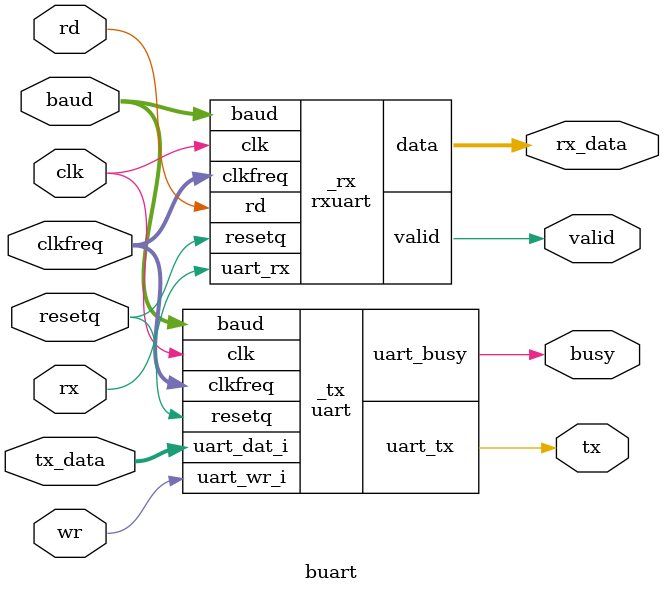
<source format=v>
`default_nettype none

module baudgen(
  input wire clk,
  input wire resetq,
  input wire [31:0] baud,
  input wire [31:0] clkfreq,
  input wire restart,
  output wire ser_clk);

  wire [38:0] aclkfreq = clkfreq;
  reg [38:0] d;
  wire [38:0] dInc = d[38] ? ({4'd0, baud}) : (({4'd0, baud}) - aclkfreq);
  wire [38:0] dN = restart ? 0 : (d + dInc);
  wire fastclk = ~d[38];
  assign ser_clk = fastclk;

  always @(negedge resetq or posedge clk)
  begin
    if (!resetq) begin
      d <= 0;
    end else begin
      d <= dN;
    end
  end
endmodule

/*

-----+     +-----+-----+-----+-----+-----+-----+-----+-----+-----+-----+----
     |     |     |     |     |     |     |     |     |     |     |     |
     |start|  1  |  2  |  3  |  4  |  5  |  6  |  7  |  8  |stop1|stop2|
     |     |     |     |     |     |     |     |     |     |     |  ?  |
     +-----+-----+-----+-----+-----+-----+-----+-----+-----+           +

*/

module uart(
   input wire clk,         // System clock
   input wire resetq,

   // Outputs
   output wire uart_busy,   // High means UART is transmitting
   output reg uart_tx,     // UART transmit wire
   // Inputs
   input wire [31:0] baud,
   input wire [31:0] clkfreq,
   input wire uart_wr_i,   // Raise to transmit byte
   input wire [7:0] uart_dat_i  // 8-bit data
);

  reg [3:0] bitcount;
  reg [8:0] shifter;

  assign uart_busy = |bitcount;
  wire sending = |bitcount;

  wire ser_clk;

  wire starting = uart_wr_i & ~uart_busy;
  baudgen _baudgen(
    .clk(clk),
    .resetq(resetq),
    .baud(baud),
    .clkfreq(clkfreq),
    .restart(1'b0),
    .ser_clk(ser_clk));

  always @(negedge resetq or posedge clk)
  begin
    if (!resetq) begin
      uart_tx <= 1;
      bitcount <= 0;
      shifter <= 0;
    end else begin
      if (starting) begin
        shifter <= { uart_dat_i[7:0], 1'b0 };
        bitcount <= 1 + 8 + 1;
      end

      if (sending & ser_clk) begin
        { shifter, uart_tx } <= { 1'b1, shifter };
        bitcount <= bitcount - 4'd1;
      end
    end
  end

endmodule

module rxuart(
   input wire clk,
   input wire resetq,
   input wire [31:0] baud,
   input wire [31:0] clkfreq,
   input wire uart_rx,      // UART recv wire
   input wire rd,           // read strobe
   output wire valid,       // has data 
   output wire [7:0] data); // data

  reg [4:0] bitcount;
  reg [7:0] shifter;

  // On starting edge, wait 3 half-bits then sample, and sample every 2 bits thereafter

  wire idle = &bitcount;
  wire sample;
  reg [2:0] hh = 3'b111;
  wire [2:0] hhN = {hh[1:0], uart_rx};
  wire startbit = idle & (hhN[2:1] == 2'b10);
  wire [7:0] shifterN = sample ? {hh[1], shifter[7:1]} : shifter;

  wire ser_clk;
  baudgen _baudgen(
    .clk(clk),
    .baud({baud[30:0], 1'b0}),
    .clkfreq(clkfreq),
    .resetq(resetq),
    .restart(startbit),
    .ser_clk(ser_clk));

  assign valid = (bitcount == 18);
  reg [4:0] bitcountN;
  always @*
    if (startbit)
      bitcountN = 0;
    else if (!idle & !valid & ser_clk)
      bitcountN = bitcount + 5'd1;
    else if (valid & rd)
      bitcountN = 5'b11111;
    else
      bitcountN = bitcount;

  // 3,5,7,9,11,13,15,17
  assign sample = (bitcount > 2) & bitcount[0] & !valid & ser_clk;
  assign data = shifter;

  always @(negedge resetq or posedge clk)
  begin
    if (!resetq) begin
      hh <= 3'b111;
      bitcount <= 5'b11111;
      shifter <= 0;
    end else begin
      hh <= hhN;
      bitcount <= bitcountN;
      shifter <= shifterN;
    end
  end
endmodule

module buart(
   input wire clk,
   input wire resetq,
   input wire [31:0] baud,
   input wire [31:0] clkfreq,
   input wire rx,           // recv wire
   output wire tx,          // xmit wire
   input wire rd,           // read strobe
   input wire wr,           // write strobe
   output wire valid,       // has recv data 
   output wire busy,        // is transmitting
   input wire [7:0] tx_data,
   output wire [7:0] rx_data // data
);
  rxuart _rx (
     .clk(clk),
     .resetq(resetq),
     .baud(baud),
     .clkfreq(clkfreq),
     .uart_rx(rx),
     .rd(rd),
     .valid(valid),
     .data(rx_data));
  uart _tx (
     .clk(clk),
     .resetq(resetq),
     .baud(baud),
     .clkfreq(clkfreq),
     .uart_busy(busy),
     .uart_tx(tx),
     .uart_wr_i(wr),
     .uart_dat_i(tx_data));
endmodule

</source>
